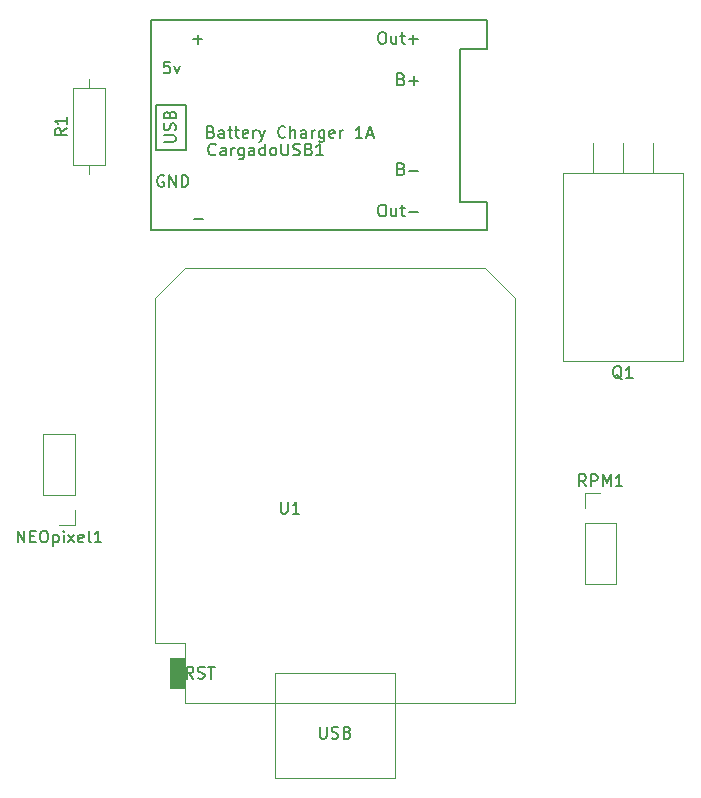
<source format=gbr>
%TF.GenerationSoftware,KiCad,Pcbnew,(5.1.12)-1*%
%TF.CreationDate,2022-05-17T10:57:46-05:00*%
%TF.ProjectId,BMX,424d582e-6b69-4636-9164-5f7063625858,rev?*%
%TF.SameCoordinates,Original*%
%TF.FileFunction,Legend,Top*%
%TF.FilePolarity,Positive*%
%FSLAX46Y46*%
G04 Gerber Fmt 4.6, Leading zero omitted, Abs format (unit mm)*
G04 Created by KiCad (PCBNEW (5.1.12)-1) date 2022-05-17 10:57:46*
%MOMM*%
%LPD*%
G01*
G04 APERTURE LIST*
%ADD10C,0.120000*%
%ADD11C,0.100000*%
%ADD12C,0.150000*%
G04 APERTURE END LIST*
D10*
%TO.C,R1*%
X5364480Y-41951780D02*
X5364480Y-42721780D01*
X5364480Y-50031780D02*
X5364480Y-49261780D01*
X3994480Y-42721780D02*
X3994480Y-49261780D01*
X6734480Y-42721780D02*
X3994480Y-42721780D01*
X6734480Y-49261780D02*
X6734480Y-42721780D01*
X3994480Y-49261780D02*
X6734480Y-49261780D01*
%TO.C,Q1*%
X55678700Y-49948480D02*
X45438700Y-49948480D01*
X55678700Y-65838480D02*
X45438700Y-65838480D01*
X55678700Y-65838480D02*
X55678700Y-49948480D01*
X45438700Y-65838480D02*
X45438700Y-49948480D01*
X53098700Y-49948480D02*
X53098700Y-47408480D01*
X50558700Y-49948480D02*
X50558700Y-47408480D01*
X48018700Y-49948480D02*
X48018700Y-47408480D01*
%TO.C,U1*%
X31239460Y-92290900D02*
X31239460Y-94830900D01*
X21079460Y-92290900D02*
X31239460Y-92290900D01*
X21079460Y-94830900D02*
X21079460Y-92290900D01*
X31239460Y-101180900D02*
X31239460Y-94830900D01*
X21079460Y-101180900D02*
X31239460Y-101180900D01*
X21079460Y-94830900D02*
X21079460Y-101180900D01*
X13459460Y-94830900D02*
X41399460Y-94830900D01*
D11*
G36*
X12189460Y-93560900D02*
G01*
X12189460Y-91020900D01*
X13459460Y-91020900D01*
X13459460Y-93560900D01*
X12189460Y-93560900D01*
G37*
X12189460Y-93560900D02*
X12189460Y-91020900D01*
X13459460Y-91020900D01*
X13459460Y-93560900D01*
X12189460Y-93560900D01*
D10*
X10919460Y-89750900D02*
X13459460Y-89750900D01*
X10919460Y-60540900D02*
X10919460Y-89750900D01*
X41399460Y-60540900D02*
X41399460Y-94830900D01*
X13459460Y-58000900D02*
X14729460Y-58000900D01*
X13459460Y-58000900D02*
X10919460Y-60540900D01*
X38859460Y-58000900D02*
X41399460Y-60540900D01*
X38859460Y-58000900D02*
X14729460Y-58000900D01*
X13459460Y-89750900D02*
X13459460Y-94830900D01*
D12*
%TO.C,CargadoUSB1*%
X36734980Y-39451920D02*
X36734980Y-52351920D01*
X36734980Y-52351920D02*
X37034980Y-52351920D01*
X36934980Y-52351920D02*
X39034980Y-52351920D01*
X39034980Y-52351920D02*
X39034980Y-52651920D01*
X36934980Y-36951920D02*
X39034980Y-36951920D01*
X39034980Y-36951920D02*
X39034980Y-39451920D01*
X39034980Y-39451920D02*
X36734980Y-39451920D01*
X39034980Y-52651920D02*
X39034980Y-54751920D01*
X39034980Y-54751920D02*
X10634980Y-54751920D01*
X10634980Y-54751920D02*
X10634980Y-36951920D01*
X11034980Y-44151920D02*
X13534980Y-44151920D01*
X13534980Y-44151920D02*
X13534980Y-47951920D01*
X13534980Y-47951920D02*
X11034980Y-47951920D01*
X11034980Y-47951920D02*
X11034980Y-44251920D01*
X10634980Y-36951920D02*
X36934980Y-36951920D01*
D10*
%TO.C,RPM1*%
X47313540Y-77003600D02*
X48643540Y-77003600D01*
X47313540Y-78333600D02*
X47313540Y-77003600D01*
X47313540Y-79603600D02*
X49973540Y-79603600D01*
X49973540Y-79603600D02*
X49973540Y-84743600D01*
X47313540Y-79603600D02*
X47313540Y-84743600D01*
X47313540Y-84743600D02*
X49973540Y-84743600D01*
%TO.C,NEOpixel1*%
X4151940Y-79765200D02*
X2821940Y-79765200D01*
X4151940Y-78435200D02*
X4151940Y-79765200D01*
X4151940Y-77165200D02*
X1491940Y-77165200D01*
X1491940Y-77165200D02*
X1491940Y-72025200D01*
X4151940Y-77165200D02*
X4151940Y-72025200D01*
X4151940Y-72025200D02*
X1491940Y-72025200D01*
%TO.C,R1*%
D12*
X3446860Y-46158446D02*
X2970670Y-46491780D01*
X3446860Y-46729875D02*
X2446860Y-46729875D01*
X2446860Y-46348922D01*
X2494480Y-46253684D01*
X2542099Y-46206065D01*
X2637337Y-46158446D01*
X2780194Y-46158446D01*
X2875432Y-46206065D01*
X2923051Y-46253684D01*
X2970670Y-46348922D01*
X2970670Y-46729875D01*
X3446860Y-45206065D02*
X3446860Y-45777494D01*
X3446860Y-45491780D02*
X2446860Y-45491780D01*
X2589718Y-45587018D01*
X2684956Y-45682256D01*
X2732575Y-45777494D01*
%TO.C,Q1*%
X50463461Y-67386099D02*
X50368223Y-67338480D01*
X50272985Y-67243241D01*
X50130128Y-67100384D01*
X50034890Y-67052765D01*
X49939652Y-67052765D01*
X49987271Y-67290860D02*
X49892033Y-67243241D01*
X49796795Y-67148003D01*
X49749176Y-66957527D01*
X49749176Y-66624194D01*
X49796795Y-66433718D01*
X49892033Y-66338480D01*
X49987271Y-66290860D01*
X50177747Y-66290860D01*
X50272985Y-66338480D01*
X50368223Y-66433718D01*
X50415842Y-66624194D01*
X50415842Y-66957527D01*
X50368223Y-67148003D01*
X50272985Y-67243241D01*
X50177747Y-67290860D01*
X49987271Y-67290860D01*
X51368223Y-67290860D02*
X50796795Y-67290860D01*
X51082509Y-67290860D02*
X51082509Y-66290860D01*
X50987271Y-66433718D01*
X50892033Y-66528956D01*
X50796795Y-66576575D01*
%TO.C,U1*%
X21587555Y-77773280D02*
X21587555Y-78582804D01*
X21635174Y-78678042D01*
X21682793Y-78725661D01*
X21778031Y-78773280D01*
X21968507Y-78773280D01*
X22063745Y-78725661D01*
X22111364Y-78678042D01*
X22158983Y-78582804D01*
X22158983Y-77773280D01*
X23158983Y-78773280D02*
X22587555Y-78773280D01*
X22873269Y-78773280D02*
X22873269Y-77773280D01*
X22778031Y-77916138D01*
X22682793Y-78011376D01*
X22587555Y-78058995D01*
X24897555Y-96823280D02*
X24897555Y-97632804D01*
X24945174Y-97728042D01*
X24992793Y-97775661D01*
X25088031Y-97823280D01*
X25278507Y-97823280D01*
X25373745Y-97775661D01*
X25421364Y-97728042D01*
X25468983Y-97632804D01*
X25468983Y-96823280D01*
X25897555Y-97775661D02*
X26040412Y-97823280D01*
X26278507Y-97823280D01*
X26373745Y-97775661D01*
X26421364Y-97728042D01*
X26468983Y-97632804D01*
X26468983Y-97537566D01*
X26421364Y-97442328D01*
X26373745Y-97394709D01*
X26278507Y-97347090D01*
X26088031Y-97299471D01*
X25992793Y-97251852D01*
X25945174Y-97204233D01*
X25897555Y-97108995D01*
X25897555Y-97013757D01*
X25945174Y-96918519D01*
X25992793Y-96870900D01*
X26088031Y-96823280D01*
X26326126Y-96823280D01*
X26468983Y-96870900D01*
X27230888Y-97299471D02*
X27373745Y-97347090D01*
X27421364Y-97394709D01*
X27468983Y-97489947D01*
X27468983Y-97632804D01*
X27421364Y-97728042D01*
X27373745Y-97775661D01*
X27278507Y-97823280D01*
X26897555Y-97823280D01*
X26897555Y-96823280D01*
X27230888Y-96823280D01*
X27326126Y-96870900D01*
X27373745Y-96918519D01*
X27421364Y-97013757D01*
X27421364Y-97108995D01*
X27373745Y-97204233D01*
X27326126Y-97251852D01*
X27230888Y-97299471D01*
X26897555Y-97299471D01*
X14181840Y-92743280D02*
X13848507Y-92267090D01*
X13610412Y-92743280D02*
X13610412Y-91743280D01*
X13991364Y-91743280D01*
X14086602Y-91790900D01*
X14134221Y-91838519D01*
X14181840Y-91933757D01*
X14181840Y-92076614D01*
X14134221Y-92171852D01*
X14086602Y-92219471D01*
X13991364Y-92267090D01*
X13610412Y-92267090D01*
X14562793Y-92695661D02*
X14705650Y-92743280D01*
X14943745Y-92743280D01*
X15038983Y-92695661D01*
X15086602Y-92648042D01*
X15134221Y-92552804D01*
X15134221Y-92457566D01*
X15086602Y-92362328D01*
X15038983Y-92314709D01*
X14943745Y-92267090D01*
X14753269Y-92219471D01*
X14658031Y-92171852D01*
X14610412Y-92124233D01*
X14562793Y-92028995D01*
X14562793Y-91933757D01*
X14610412Y-91838519D01*
X14658031Y-91790900D01*
X14753269Y-91743280D01*
X14991364Y-91743280D01*
X15134221Y-91790900D01*
X15419936Y-91743280D02*
X15991364Y-91743280D01*
X15705650Y-92743280D02*
X15705650Y-91743280D01*
%TO.C,CargadoUSB1*%
X16061584Y-48352982D02*
X16013965Y-48400601D01*
X15871108Y-48448220D01*
X15775870Y-48448220D01*
X15633013Y-48400601D01*
X15537775Y-48305363D01*
X15490156Y-48210125D01*
X15442537Y-48019649D01*
X15442537Y-47876792D01*
X15490156Y-47686316D01*
X15537775Y-47591078D01*
X15633013Y-47495840D01*
X15775870Y-47448220D01*
X15871108Y-47448220D01*
X16013965Y-47495840D01*
X16061584Y-47543459D01*
X16918727Y-48448220D02*
X16918727Y-47924411D01*
X16871108Y-47829173D01*
X16775870Y-47781554D01*
X16585394Y-47781554D01*
X16490156Y-47829173D01*
X16918727Y-48400601D02*
X16823489Y-48448220D01*
X16585394Y-48448220D01*
X16490156Y-48400601D01*
X16442537Y-48305363D01*
X16442537Y-48210125D01*
X16490156Y-48114887D01*
X16585394Y-48067268D01*
X16823489Y-48067268D01*
X16918727Y-48019649D01*
X17394918Y-48448220D02*
X17394918Y-47781554D01*
X17394918Y-47972030D02*
X17442537Y-47876792D01*
X17490156Y-47829173D01*
X17585394Y-47781554D01*
X17680632Y-47781554D01*
X18442537Y-47781554D02*
X18442537Y-48591078D01*
X18394918Y-48686316D01*
X18347299Y-48733935D01*
X18252060Y-48781554D01*
X18109203Y-48781554D01*
X18013965Y-48733935D01*
X18442537Y-48400601D02*
X18347299Y-48448220D01*
X18156822Y-48448220D01*
X18061584Y-48400601D01*
X18013965Y-48352982D01*
X17966346Y-48257744D01*
X17966346Y-47972030D01*
X18013965Y-47876792D01*
X18061584Y-47829173D01*
X18156822Y-47781554D01*
X18347299Y-47781554D01*
X18442537Y-47829173D01*
X19347299Y-48448220D02*
X19347299Y-47924411D01*
X19299680Y-47829173D01*
X19204441Y-47781554D01*
X19013965Y-47781554D01*
X18918727Y-47829173D01*
X19347299Y-48400601D02*
X19252060Y-48448220D01*
X19013965Y-48448220D01*
X18918727Y-48400601D01*
X18871108Y-48305363D01*
X18871108Y-48210125D01*
X18918727Y-48114887D01*
X19013965Y-48067268D01*
X19252060Y-48067268D01*
X19347299Y-48019649D01*
X20252060Y-48448220D02*
X20252060Y-47448220D01*
X20252060Y-48400601D02*
X20156822Y-48448220D01*
X19966346Y-48448220D01*
X19871108Y-48400601D01*
X19823489Y-48352982D01*
X19775870Y-48257744D01*
X19775870Y-47972030D01*
X19823489Y-47876792D01*
X19871108Y-47829173D01*
X19966346Y-47781554D01*
X20156822Y-47781554D01*
X20252060Y-47829173D01*
X20871108Y-48448220D02*
X20775870Y-48400601D01*
X20728251Y-48352982D01*
X20680632Y-48257744D01*
X20680632Y-47972030D01*
X20728251Y-47876792D01*
X20775870Y-47829173D01*
X20871108Y-47781554D01*
X21013965Y-47781554D01*
X21109203Y-47829173D01*
X21156822Y-47876792D01*
X21204441Y-47972030D01*
X21204441Y-48257744D01*
X21156822Y-48352982D01*
X21109203Y-48400601D01*
X21013965Y-48448220D01*
X20871108Y-48448220D01*
X21633013Y-47448220D02*
X21633013Y-48257744D01*
X21680632Y-48352982D01*
X21728251Y-48400601D01*
X21823489Y-48448220D01*
X22013965Y-48448220D01*
X22109203Y-48400601D01*
X22156822Y-48352982D01*
X22204441Y-48257744D01*
X22204441Y-47448220D01*
X22633013Y-48400601D02*
X22775870Y-48448220D01*
X23013965Y-48448220D01*
X23109203Y-48400601D01*
X23156822Y-48352982D01*
X23204441Y-48257744D01*
X23204441Y-48162506D01*
X23156822Y-48067268D01*
X23109203Y-48019649D01*
X23013965Y-47972030D01*
X22823489Y-47924411D01*
X22728251Y-47876792D01*
X22680632Y-47829173D01*
X22633013Y-47733935D01*
X22633013Y-47638697D01*
X22680632Y-47543459D01*
X22728251Y-47495840D01*
X22823489Y-47448220D01*
X23061584Y-47448220D01*
X23204441Y-47495840D01*
X23966346Y-47924411D02*
X24109203Y-47972030D01*
X24156822Y-48019649D01*
X24204441Y-48114887D01*
X24204441Y-48257744D01*
X24156822Y-48352982D01*
X24109203Y-48400601D01*
X24013965Y-48448220D01*
X23633013Y-48448220D01*
X23633013Y-47448220D01*
X23966346Y-47448220D01*
X24061584Y-47495840D01*
X24109203Y-47543459D01*
X24156822Y-47638697D01*
X24156822Y-47733935D01*
X24109203Y-47829173D01*
X24061584Y-47876792D01*
X23966346Y-47924411D01*
X23633013Y-47924411D01*
X25156822Y-48448220D02*
X24585394Y-48448220D01*
X24871108Y-48448220D02*
X24871108Y-47448220D01*
X24775870Y-47591078D01*
X24680632Y-47686316D01*
X24585394Y-47733935D01*
X14154027Y-38623348D02*
X14915932Y-38623348D01*
X14534980Y-39004300D02*
X14534980Y-38242396D01*
X14254027Y-53823348D02*
X15015932Y-53823348D01*
X11687360Y-47313824D02*
X12496884Y-47313824D01*
X12592122Y-47266205D01*
X12639741Y-47218586D01*
X12687360Y-47123348D01*
X12687360Y-46932872D01*
X12639741Y-46837634D01*
X12592122Y-46790015D01*
X12496884Y-46742396D01*
X11687360Y-46742396D01*
X12639741Y-46313824D02*
X12687360Y-46170967D01*
X12687360Y-45932872D01*
X12639741Y-45837634D01*
X12592122Y-45790015D01*
X12496884Y-45742396D01*
X12401646Y-45742396D01*
X12306408Y-45790015D01*
X12258789Y-45837634D01*
X12211170Y-45932872D01*
X12163551Y-46123348D01*
X12115932Y-46218586D01*
X12068313Y-46266205D01*
X11973075Y-46313824D01*
X11877837Y-46313824D01*
X11782599Y-46266205D01*
X11734980Y-46218586D01*
X11687360Y-46123348D01*
X11687360Y-45885253D01*
X11734980Y-45742396D01*
X12163551Y-44980491D02*
X12211170Y-44837634D01*
X12258789Y-44790015D01*
X12354027Y-44742396D01*
X12496884Y-44742396D01*
X12592122Y-44790015D01*
X12639741Y-44837634D01*
X12687360Y-44932872D01*
X12687360Y-45313824D01*
X11687360Y-45313824D01*
X11687360Y-44980491D01*
X11734980Y-44885253D01*
X11782599Y-44837634D01*
X11877837Y-44790015D01*
X11973075Y-44790015D01*
X12068313Y-44837634D01*
X12115932Y-44885253D01*
X12163551Y-44980491D01*
X12163551Y-45313824D01*
X30082599Y-52604300D02*
X30273075Y-52604300D01*
X30368313Y-52651920D01*
X30463551Y-52747158D01*
X30511170Y-52937634D01*
X30511170Y-53270967D01*
X30463551Y-53461443D01*
X30368313Y-53556681D01*
X30273075Y-53604300D01*
X30082599Y-53604300D01*
X29987360Y-53556681D01*
X29892122Y-53461443D01*
X29844503Y-53270967D01*
X29844503Y-52937634D01*
X29892122Y-52747158D01*
X29987360Y-52651920D01*
X30082599Y-52604300D01*
X31368313Y-52937634D02*
X31368313Y-53604300D01*
X30939741Y-52937634D02*
X30939741Y-53461443D01*
X30987360Y-53556681D01*
X31082599Y-53604300D01*
X31225456Y-53604300D01*
X31320694Y-53556681D01*
X31368313Y-53509062D01*
X31701646Y-52937634D02*
X32082599Y-52937634D01*
X31844503Y-52604300D02*
X31844503Y-53461443D01*
X31892122Y-53556681D01*
X31987360Y-53604300D01*
X32082599Y-53604300D01*
X32415932Y-53223348D02*
X33177837Y-53223348D01*
X30082599Y-38004300D02*
X30273075Y-38004300D01*
X30368313Y-38051920D01*
X30463551Y-38147158D01*
X30511170Y-38337634D01*
X30511170Y-38670967D01*
X30463551Y-38861443D01*
X30368313Y-38956681D01*
X30273075Y-39004300D01*
X30082599Y-39004300D01*
X29987360Y-38956681D01*
X29892122Y-38861443D01*
X29844503Y-38670967D01*
X29844503Y-38337634D01*
X29892122Y-38147158D01*
X29987360Y-38051920D01*
X30082599Y-38004300D01*
X31368313Y-38337634D02*
X31368313Y-39004300D01*
X30939741Y-38337634D02*
X30939741Y-38861443D01*
X30987360Y-38956681D01*
X31082599Y-39004300D01*
X31225456Y-39004300D01*
X31320694Y-38956681D01*
X31368313Y-38909062D01*
X31701646Y-38337634D02*
X32082599Y-38337634D01*
X31844503Y-38004300D02*
X31844503Y-38861443D01*
X31892122Y-38956681D01*
X31987360Y-39004300D01*
X32082599Y-39004300D01*
X32415932Y-38623348D02*
X33177837Y-38623348D01*
X32796884Y-39004300D02*
X32796884Y-38242396D01*
X31787360Y-49580491D02*
X31930218Y-49628110D01*
X31977837Y-49675729D01*
X32025456Y-49770967D01*
X32025456Y-49913824D01*
X31977837Y-50009062D01*
X31930218Y-50056681D01*
X31834980Y-50104300D01*
X31454027Y-50104300D01*
X31454027Y-49104300D01*
X31787360Y-49104300D01*
X31882599Y-49151920D01*
X31930218Y-49199539D01*
X31977837Y-49294777D01*
X31977837Y-49390015D01*
X31930218Y-49485253D01*
X31882599Y-49532872D01*
X31787360Y-49580491D01*
X31454027Y-49580491D01*
X32454027Y-49723348D02*
X33215932Y-49723348D01*
X31787360Y-41980491D02*
X31930218Y-42028110D01*
X31977837Y-42075729D01*
X32025456Y-42170967D01*
X32025456Y-42313824D01*
X31977837Y-42409062D01*
X31930218Y-42456681D01*
X31834980Y-42504300D01*
X31454027Y-42504300D01*
X31454027Y-41504300D01*
X31787360Y-41504300D01*
X31882599Y-41551920D01*
X31930218Y-41599539D01*
X31977837Y-41694777D01*
X31977837Y-41790015D01*
X31930218Y-41885253D01*
X31882599Y-41932872D01*
X31787360Y-41980491D01*
X31454027Y-41980491D01*
X32454027Y-42123348D02*
X33215932Y-42123348D01*
X32834980Y-42504300D02*
X32834980Y-41742396D01*
X12192122Y-40504300D02*
X11715932Y-40504300D01*
X11668313Y-40980491D01*
X11715932Y-40932872D01*
X11811170Y-40885253D01*
X12049265Y-40885253D01*
X12144503Y-40932872D01*
X12192122Y-40980491D01*
X12239741Y-41075729D01*
X12239741Y-41313824D01*
X12192122Y-41409062D01*
X12144503Y-41456681D01*
X12049265Y-41504300D01*
X11811170Y-41504300D01*
X11715932Y-41456681D01*
X11668313Y-41409062D01*
X12573075Y-40837634D02*
X12811170Y-41504300D01*
X13049265Y-40837634D01*
X11673075Y-50151920D02*
X11577837Y-50104300D01*
X11434980Y-50104300D01*
X11292122Y-50151920D01*
X11196884Y-50247158D01*
X11149265Y-50342396D01*
X11101646Y-50532872D01*
X11101646Y-50675729D01*
X11149265Y-50866205D01*
X11196884Y-50961443D01*
X11292122Y-51056681D01*
X11434980Y-51104300D01*
X11530218Y-51104300D01*
X11673075Y-51056681D01*
X11720694Y-51009062D01*
X11720694Y-50675729D01*
X11530218Y-50675729D01*
X12149265Y-51104300D02*
X12149265Y-50104300D01*
X12720694Y-51104300D01*
X12720694Y-50104300D01*
X13196884Y-51104300D02*
X13196884Y-50104300D01*
X13434980Y-50104300D01*
X13577837Y-50151920D01*
X13673075Y-50247158D01*
X13720694Y-50342396D01*
X13768313Y-50532872D01*
X13768313Y-50675729D01*
X13720694Y-50866205D01*
X13673075Y-50961443D01*
X13577837Y-51056681D01*
X13434980Y-51104300D01*
X13196884Y-51104300D01*
X15681202Y-46451211D02*
X15824059Y-46498830D01*
X15871679Y-46546449D01*
X15919298Y-46641687D01*
X15919298Y-46784544D01*
X15871679Y-46879782D01*
X15824059Y-46927401D01*
X15728821Y-46975020D01*
X15347869Y-46975020D01*
X15347869Y-45975020D01*
X15681202Y-45975020D01*
X15776440Y-46022640D01*
X15824059Y-46070259D01*
X15871679Y-46165497D01*
X15871679Y-46260735D01*
X15824059Y-46355973D01*
X15776440Y-46403592D01*
X15681202Y-46451211D01*
X15347869Y-46451211D01*
X16776440Y-46975020D02*
X16776440Y-46451211D01*
X16728821Y-46355973D01*
X16633583Y-46308354D01*
X16443107Y-46308354D01*
X16347869Y-46355973D01*
X16776440Y-46927401D02*
X16681202Y-46975020D01*
X16443107Y-46975020D01*
X16347869Y-46927401D01*
X16300250Y-46832163D01*
X16300250Y-46736925D01*
X16347869Y-46641687D01*
X16443107Y-46594068D01*
X16681202Y-46594068D01*
X16776440Y-46546449D01*
X17109774Y-46308354D02*
X17490726Y-46308354D01*
X17252631Y-45975020D02*
X17252631Y-46832163D01*
X17300250Y-46927401D01*
X17395488Y-46975020D01*
X17490726Y-46975020D01*
X17681202Y-46308354D02*
X18062155Y-46308354D01*
X17824059Y-45975020D02*
X17824059Y-46832163D01*
X17871679Y-46927401D01*
X17966917Y-46975020D01*
X18062155Y-46975020D01*
X18776440Y-46927401D02*
X18681202Y-46975020D01*
X18490726Y-46975020D01*
X18395488Y-46927401D01*
X18347869Y-46832163D01*
X18347869Y-46451211D01*
X18395488Y-46355973D01*
X18490726Y-46308354D01*
X18681202Y-46308354D01*
X18776440Y-46355973D01*
X18824059Y-46451211D01*
X18824059Y-46546449D01*
X18347869Y-46641687D01*
X19252631Y-46975020D02*
X19252631Y-46308354D01*
X19252631Y-46498830D02*
X19300250Y-46403592D01*
X19347869Y-46355973D01*
X19443107Y-46308354D01*
X19538345Y-46308354D01*
X19776440Y-46308354D02*
X20014536Y-46975020D01*
X20252631Y-46308354D02*
X20014536Y-46975020D01*
X19919298Y-47213116D01*
X19871679Y-47260735D01*
X19776440Y-47308354D01*
X21966917Y-46879782D02*
X21919298Y-46927401D01*
X21776440Y-46975020D01*
X21681202Y-46975020D01*
X21538345Y-46927401D01*
X21443107Y-46832163D01*
X21395488Y-46736925D01*
X21347869Y-46546449D01*
X21347869Y-46403592D01*
X21395488Y-46213116D01*
X21443107Y-46117878D01*
X21538345Y-46022640D01*
X21681202Y-45975020D01*
X21776440Y-45975020D01*
X21919298Y-46022640D01*
X21966917Y-46070259D01*
X22395488Y-46975020D02*
X22395488Y-45975020D01*
X22824060Y-46975020D02*
X22824060Y-46451211D01*
X22776440Y-46355973D01*
X22681202Y-46308354D01*
X22538345Y-46308354D01*
X22443107Y-46355973D01*
X22395488Y-46403592D01*
X23728821Y-46975020D02*
X23728821Y-46451211D01*
X23681202Y-46355973D01*
X23585964Y-46308354D01*
X23395488Y-46308354D01*
X23300250Y-46355973D01*
X23728821Y-46927401D02*
X23633583Y-46975020D01*
X23395488Y-46975020D01*
X23300250Y-46927401D01*
X23252631Y-46832163D01*
X23252631Y-46736925D01*
X23300250Y-46641687D01*
X23395488Y-46594068D01*
X23633583Y-46594068D01*
X23728821Y-46546449D01*
X24205012Y-46975020D02*
X24205012Y-46308354D01*
X24205012Y-46498830D02*
X24252631Y-46403592D01*
X24300250Y-46355973D01*
X24395488Y-46308354D01*
X24490726Y-46308354D01*
X25252631Y-46308354D02*
X25252631Y-47117878D01*
X25205012Y-47213116D01*
X25157393Y-47260735D01*
X25062155Y-47308354D01*
X24919298Y-47308354D01*
X24824060Y-47260735D01*
X25252631Y-46927401D02*
X25157393Y-46975020D01*
X24966917Y-46975020D01*
X24871679Y-46927401D01*
X24824060Y-46879782D01*
X24776440Y-46784544D01*
X24776440Y-46498830D01*
X24824060Y-46403592D01*
X24871679Y-46355973D01*
X24966917Y-46308354D01*
X25157393Y-46308354D01*
X25252631Y-46355973D01*
X26109774Y-46927401D02*
X26014536Y-46975020D01*
X25824060Y-46975020D01*
X25728821Y-46927401D01*
X25681202Y-46832163D01*
X25681202Y-46451211D01*
X25728821Y-46355973D01*
X25824060Y-46308354D01*
X26014536Y-46308354D01*
X26109774Y-46355973D01*
X26157393Y-46451211D01*
X26157393Y-46546449D01*
X25681202Y-46641687D01*
X26585964Y-46975020D02*
X26585964Y-46308354D01*
X26585964Y-46498830D02*
X26633583Y-46403592D01*
X26681202Y-46355973D01*
X26776440Y-46308354D01*
X26871679Y-46308354D01*
X28490726Y-46975020D02*
X27919298Y-46975020D01*
X28205012Y-46975020D02*
X28205012Y-45975020D01*
X28109774Y-46117878D01*
X28014536Y-46213116D01*
X27919298Y-46260735D01*
X28871679Y-46689306D02*
X29347869Y-46689306D01*
X28776440Y-46975020D02*
X29109774Y-45975020D01*
X29443107Y-46975020D01*
%TO.C,RPM1*%
X47405444Y-76455980D02*
X47072111Y-75979790D01*
X46834016Y-76455980D02*
X46834016Y-75455980D01*
X47214968Y-75455980D01*
X47310206Y-75503600D01*
X47357825Y-75551219D01*
X47405444Y-75646457D01*
X47405444Y-75789314D01*
X47357825Y-75884552D01*
X47310206Y-75932171D01*
X47214968Y-75979790D01*
X46834016Y-75979790D01*
X47834016Y-76455980D02*
X47834016Y-75455980D01*
X48214968Y-75455980D01*
X48310206Y-75503600D01*
X48357825Y-75551219D01*
X48405444Y-75646457D01*
X48405444Y-75789314D01*
X48357825Y-75884552D01*
X48310206Y-75932171D01*
X48214968Y-75979790D01*
X47834016Y-75979790D01*
X48834016Y-76455980D02*
X48834016Y-75455980D01*
X49167349Y-76170266D01*
X49500682Y-75455980D01*
X49500682Y-76455980D01*
X50500682Y-76455980D02*
X49929254Y-76455980D01*
X50214968Y-76455980D02*
X50214968Y-75455980D01*
X50119730Y-75598838D01*
X50024492Y-75694076D01*
X49929254Y-75741695D01*
%TO.C,NEOpixel1*%
X-701869Y-81217580D02*
X-701869Y-80217580D01*
X-130440Y-81217580D01*
X-130440Y-80217580D01*
X345749Y-80693771D02*
X679082Y-80693771D01*
X821940Y-81217580D02*
X345749Y-81217580D01*
X345749Y-80217580D01*
X821940Y-80217580D01*
X1440987Y-80217580D02*
X1631463Y-80217580D01*
X1726701Y-80265200D01*
X1821940Y-80360438D01*
X1869559Y-80550914D01*
X1869559Y-80884247D01*
X1821940Y-81074723D01*
X1726701Y-81169961D01*
X1631463Y-81217580D01*
X1440987Y-81217580D01*
X1345749Y-81169961D01*
X1250511Y-81074723D01*
X1202892Y-80884247D01*
X1202892Y-80550914D01*
X1250511Y-80360438D01*
X1345749Y-80265200D01*
X1440987Y-80217580D01*
X2298130Y-80550914D02*
X2298130Y-81550914D01*
X2298130Y-80598533D02*
X2393368Y-80550914D01*
X2583844Y-80550914D01*
X2679082Y-80598533D01*
X2726701Y-80646152D01*
X2774320Y-80741390D01*
X2774320Y-81027104D01*
X2726701Y-81122342D01*
X2679082Y-81169961D01*
X2583844Y-81217580D01*
X2393368Y-81217580D01*
X2298130Y-81169961D01*
X3202892Y-81217580D02*
X3202892Y-80550914D01*
X3202892Y-80217580D02*
X3155273Y-80265200D01*
X3202892Y-80312819D01*
X3250511Y-80265200D01*
X3202892Y-80217580D01*
X3202892Y-80312819D01*
X3583844Y-81217580D02*
X4107654Y-80550914D01*
X3583844Y-80550914D02*
X4107654Y-81217580D01*
X4869559Y-81169961D02*
X4774320Y-81217580D01*
X4583844Y-81217580D01*
X4488606Y-81169961D01*
X4440987Y-81074723D01*
X4440987Y-80693771D01*
X4488606Y-80598533D01*
X4583844Y-80550914D01*
X4774320Y-80550914D01*
X4869559Y-80598533D01*
X4917178Y-80693771D01*
X4917178Y-80789009D01*
X4440987Y-80884247D01*
X5488606Y-81217580D02*
X5393368Y-81169961D01*
X5345749Y-81074723D01*
X5345749Y-80217580D01*
X6393368Y-81217580D02*
X5821939Y-81217580D01*
X6107654Y-81217580D02*
X6107654Y-80217580D01*
X6012416Y-80360438D01*
X5917178Y-80455676D01*
X5821939Y-80503295D01*
%TD*%
M02*

</source>
